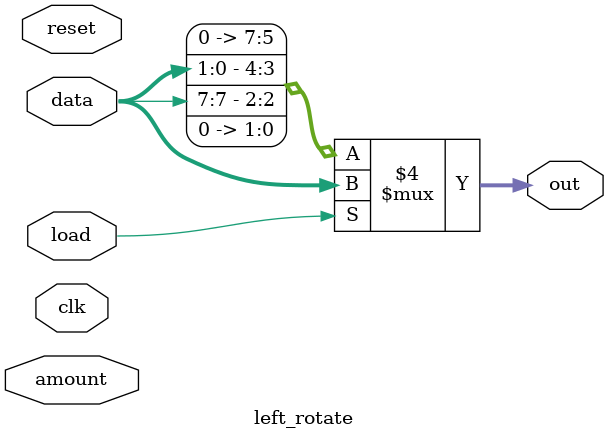
<source format=v>
module left_rotate(clk,reset,amount,data,load,out);
input clk,reset;
input [2:0] amount;
input [7:0] data;
input load;
output reg [7:0] out;
// when load is high, load data to out
// otherwise rotate the out register followed by left shift the out register by amount bits
always @*
if (load==1)
	out = data;
else
	begin
	out = {data[6:0],data[7]};
	out = {out[6:0],out[7:1]};
	out = {out[5:0],out[7]};
	out = {out[4:0],out[7]};
	out = {out[3:0],out[7]};
	end
endmodule

</source>
